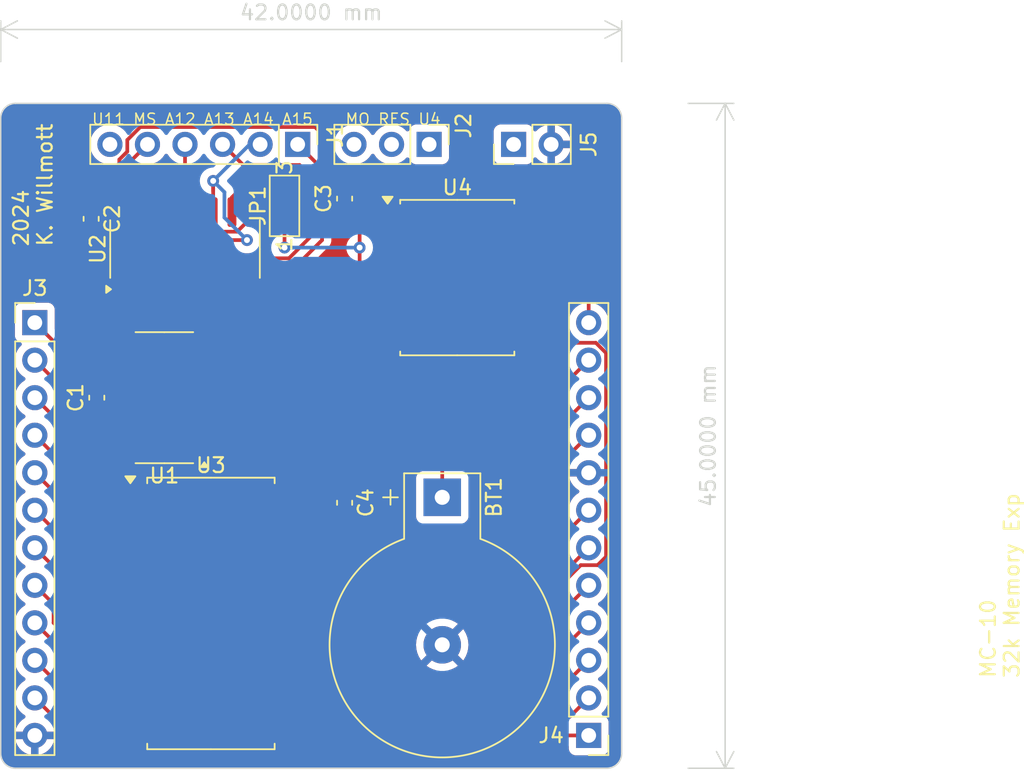
<source format=kicad_pcb>
(kicad_pcb (version 20240108) (generator "pcbnew") (generator_version "8.0")
  (layers (0 "F.Cu" signal) (31 "B.Cu" signal) (34 "B.Paste" user) (35 "F.Paste" user) (36 "B.SilkS" user "B.Silkscreen") (37 "F.SilkS" user "F.Silkscreen") (38 "B.Mask" user) (39 "F.Mask" user) (44 "Edge.Cuts" user))
  (net 0 "")
  (net 1 "/D4")
  (net 2 "/D3")
  (net 3 "GND")
  (net 4 "/D6")
  (net 5 "/A11")
  (net 6 "/D7")
  (net 7 "/A10")
  (net 8 "/D5")
  (net 9 "/A9")
  (net 10 "/D0")
  (net 11 "/A6")
  (net 12 "/A0")
  (net 13 "/D1")
  (net 14 "/A5")
  (net 15 "/A7")
  (net 16 "/A3")
  (net 17 "/A1")
  (net 18 "/A4")
  (net 19 "/A2")
  (net 20 "VCC")
  (net 21 "/NVCC")
  (net 22 "/A8")
  (net 23 "/MA14")
  (net 24 "/D2")
  (net 25 "/MA12")
  (net 26 "/MA13")
  (net 27 "/PA14MOD")
  (net 28 "/PA15")
  (net 29 "/PA14")
  (net 30 "/PA13")
  (net 31 "/~{MS}")
  (net 32 "/U11-DA12")
  (net 33 "Net-(U1-Pad3)")
  (net 34 "/PA12")
  (net 35 "Net-(BT1-+)")
  (net 36 "/MODE")
  (net 37 "/RES")
  (net 38 "/~{WE}")
  (net 40 "Net-(U3-~{CS})")
  (net 55 "Net-(JP1-C)")
  (footprint "Package_SO:SOP-16_3.9x9.9mm_P1.27mm" (layer "F.Cu") (at 137.465 84.858 90)
    (property "Reference" "U2" (at 0 -5.9 90) (layer "F.SilkS"))
    (property "Value" "74HCT157")
    (fp_line (start 0 -5.06) (end 1.95 -5.06) (stroke (width 0.12)) (layer "F.SilkS"))
    (fp_line (start 0 -5.06) (end -1.95 -5.06) (stroke (width 0.12)) (layer "F.SilkS"))
    (fp_line (start 0 5.06) (end 1.95 5.06) (stroke (width 0.12)) (layer "F.SilkS"))
    (fp_line (start 0 5.06) (end -1.95 5.06) (stroke (width 0.12)) (layer "F.SilkS"))
    (fp_poly (pts (xy -2.725 -5.005) (xy -2.965 -5.335) (xy -2.485 -5.335) (xy -2.725 -5.005)) (stroke (width 0.12)) (fill solid) (layer "F.SilkS"))
    (pad "1" smd roundrect (at -2.5 -4.445 90) (size 2 0.6) (layers "F.Cu" "F.Paste" "F.Mask") (net 31 "/~{MS}"))
    (pad "2" smd roundrect (at -2.5 -3.175 90) (size 2 0.6) (layers "F.Cu" "F.Paste" "F.Mask") (net 34 "/PA12"))
    (pad "3" smd roundrect (at -2.5 -1.905 90) (size 2 0.6) (layers "F.Cu" "F.Paste" "F.Mask") (net 32 "/U11-DA12"))
    (pad "4" smd roundrect (at -2.5 -0.635 90) (size 2 0.6) (layers "F.Cu" "F.Paste" "F.Mask") (net 25 "/MA12"))
    (pad "5" smd roundrect (at -2.5 0.635 90) (size 2 0.6) (layers "F.Cu" "F.Paste" "F.Mask") (net 30 "/PA13"))
    (pad "6" smd roundrect (at -2.5 1.905 90) (size 2 0.6) (layers "F.Cu" "F.Paste" "F.Mask") (net 3 "GND"))
    (pad "7" smd roundrect (at -2.5 3.175 90) (size 2 0.6) (layers "F.Cu" "F.Paste" "F.Mask") (net 26 "/MA13"))
    (pad "8" smd roundrect (at -2.5 4.445 90) (size 2 0.6) (layers "F.Cu" "F.Paste" "F.Mask") (net 3 "GND"))
    (pad "9" smd roundrect (at 2.5 4.445 90) (size 2 0.6) (layers "F.Cu" "F.Paste" "F.Mask") (net 23 "/MA14"))
    (pad "10" smd roundrect (at 2.5 3.175 90) (size 2 0.6) (layers "F.Cu" "F.Paste" "F.Mask") (net 55 "Net-(JP1-C)"))
    (pad "11" smd roundrect (at 2.5 1.905 90) (size 2 0.6) (layers "F.Cu" "F.Paste" "F.Mask") (net 29 "/PA14"))
    (pad "12" smd roundrect (at 2.5 0.635 90) (size 2 0.6) (layers "F.Cu" "F.Paste" "F.Mask"))
    (pad "13" smd roundrect (at 2.5 -0.635 90) (size 2 0.6) (layers "F.Cu" "F.Paste" "F.Mask") (net 3 "GND"))
    (pad "14" smd roundrect (at 2.5 -1.905 90) (size 2 0.6) (layers "F.Cu" "F.Paste" "F.Mask") (net 3 "GND"))
    (pad "15" smd roundrect (at 2.5 -3.175 90) (size 2 0.6) (layers "F.Cu" "F.Paste" "F.Mask") (net 3 "GND"))
    (pad "16" smd roundrect (at 2.5 -4.445 90) (size 2 0.6) (layers "F.Cu" "F.Paste" "F.Mask") (net 20 "VCC"))
  )
  (footprint "Connector_PinHeader_2.54mm:PinHeader_1x12_P2.54mm_Vertical" (layer "F.Cu") (at 164.77 117.78 180)
    (property "Reference" "J4" (at 2.54 0 180) (layer "F.SilkS"))
    (property "Value" "Conn_01x12" (hide yes))
    (fp_line (start 1.33 1.27) (end 1.33 29.27) (stroke (width 0.12)) (layer "F.SilkS"))
    (fp_line (start -1.33 29.27) (end 1.33 29.27) (stroke (width 0.12)) (layer "F.SilkS"))
    (fp_line (start -1.33 1.27) (end 1.33 1.27) (stroke (width 0.12)) (layer "F.SilkS"))
    (fp_line (start -1.33 1.27) (end -1.33 29.27) (stroke (width 0.12)) (layer "F.SilkS"))
    (fp_line (start -1.33 0) (end -1.33 -1.33) (stroke (width 0.12)) (layer "F.SilkS"))
    (fp_line (start -1.33 -1.33) (end 0 -1.33) (stroke (width 0.12)) (layer "F.SilkS"))
    (pad "1" thru_hole rect (at 0 0 180) (size 1.7 1.7) (drill 1) (layers "*.Cu" "*.Mask") (net 2 "/D3"))
    (pad "2" thru_hole oval (at 0 2.54 180) (size 1.7 1.7) (drill 1) (layers "*.Cu" "*.Mask") (net 1 "/D4"))
    (pad "3" thru_hole oval (at 0 5.08 180) (size 1.7 1.7) (drill 1) (layers "*.Cu" "*.Mask") (net 8 "/D5"))
    (pad "4" thru_hole oval (at 0 7.62 180) (size 1.7 1.7) (drill 1) (layers "*.Cu" "*.Mask") (net 4 "/D6"))
    (pad "5" thru_hole oval (at 0 10.16 180) (size 1.7 1.7) (drill 1) (layers "*.Cu" "*.Mask") (net 6 "/D7"))
    (pad "6" thru_hole oval (at 0 12.7 180) (size 1.7 1.7) (drill 1) (layers "*.Cu" "*.Mask") (net 5 "/A11"))
    (pad "7" thru_hole oval (at 0 15.24 180) (size 1.7 1.7) (drill 1) (layers "*.Cu" "*.Mask") (net 7 "/A10"))
    (pad "8" thru_hole oval (at 0 17.78 180) (size 1.7 1.7) (drill 1) (layers "*.Cu" "*.Mask") (net 3 "GND"))
    (pad "9" thru_hole oval (at 0 20.32 180) (size 1.7 1.7) (drill 1) (layers "*.Cu" "*.Mask") (net 38 "/~{WE}"))
    (pad "10" thru_hole oval (at 0 22.86 180) (size 1.7 1.7) (drill 1) (layers "*.Cu" "*.Mask") (net 9 "/A9"))
    (pad "11" thru_hole oval (at 0 25.4 180) (size 1.7 1.7) (drill 1) (layers "*.Cu" "*.Mask") (net 22 "/A8"))
    (pad "12" thru_hole oval (at 0 27.94 180) (size 1.7 1.7) (drill 1) (layers "*.Cu" "*.Mask") (net 20 "VCC"))
  )
  (footprint "Package_SO:SOP-28_8.4x18.16mm_P1.27mm" (layer "F.Cu") (at 139.2175 109.525)
    (property "Reference" "U3" (at 0 -10.03 0) (layer "F.SilkS"))
    (property "Value" "KM62256CLP")
    (fp_line (start -4.31 -9.19) (end -4.31 -8.815) (stroke (width 0.12)) (layer "F.SilkS"))
    (fp_line (start -4.31 9.19) (end -4.31 8.815) (stroke (width 0.12)) (layer "F.SilkS"))
    (fp_line (start 0 -9.19) (end -4.31 -9.19) (stroke (width 0.12)) (layer "F.SilkS"))
    (fp_line (start 0 -9.19) (end 4.31 -9.19) (stroke (width 0.12)) (layer "F.SilkS"))
    (fp_line (start 0 9.19) (end -4.31 9.19) (stroke (width 0.12)) (layer "F.SilkS"))
    (fp_line (start 0 9.19) (end 4.31 9.19) (stroke (width 0.12)) (layer "F.SilkS"))
    (fp_line (start 4.31 -9.19) (end 4.31 -8.815) (stroke (width 0.12)) (layer "F.SilkS"))
    (fp_line (start 4.31 9.19) (end 4.31 8.815) (stroke (width 0.12)) (layer "F.SilkS"))
    (fp_poly (pts (xy -5.45 -8.815) (xy -5.79 -9.285) (xy -5.11 -9.285) (xy -5.45 -8.815)) (stroke (width 0.12)) (fill solid) (layer "F.SilkS"))
    (pad "1" smd roundrect (at -5.5625 -8.255) (size 2.275 0.6) (layers "F.Cu" "F.Paste" "F.Mask") (net 23 "/MA14"))
    (pad "2" smd roundrect (at -5.5625 -6.985) (size 2.275 0.6) (layers "F.Cu" "F.Paste" "F.Mask") (net 25 "/MA12"))
    (pad "3" smd roundrect (at -5.5625 -5.715) (size 2.275 0.6) (layers "F.Cu" "F.Paste" "F.Mask") (net 15 "/A7"))
    (pad "4" smd roundrect (at -5.5625 -4.445) (size 2.275 0.6) (layers "F.Cu" "F.Paste" "F.Mask") (net 11 "/A6"))
    (pad "5" smd roundrect (at -5.5625 -3.175) (size 2.275 0.6) (layers "F.Cu" "F.Paste" "F.Mask") (net 14 "/A5"))
    (pad "6" smd roundrect (at -5.5625 -1.905) (size 2.275 0.6) (layers "F.Cu" "F.Paste" "F.Mask") (net 18 "/A4"))
    (pad "7" smd roundrect (at -5.5625 -0.635) (size 2.275 0.6) (layers "F.Cu" "F.Paste" "F.Mask") (net 16 "/A3"))
    (pad "8" smd roundrect (at -5.5625 0.635) (size 2.275 0.6) (layers "F.Cu" "F.Paste" "F.Mask") (net 19 "/A2"))
    (pad "9" smd roundrect (at -5.5625 1.905) (size 2.275 0.6) (layers "F.Cu" "F.Paste" "F.Mask") (net 17 "/A1"))
    (pad "10" smd roundrect (at -5.5625 3.175) (size 2.275 0.6) (layers "F.Cu" "F.Paste" "F.Mask") (net 12 "/A0"))
    (pad "11" smd roundrect (at -5.5625 4.445) (size 2.275 0.6) (layers "F.Cu" "F.Paste" "F.Mask") (net 10 "/D0"))
    (pad "12" smd roundrect (at -5.5625 5.715) (size 2.275 0.6) (layers "F.Cu" "F.Paste" "F.Mask") (net 13 "/D1"))
    (pad "13" smd roundrect (at -5.5625 6.985) (size 2.275 0.6) (layers "F.Cu" "F.Paste" "F.Mask") (net 24 "/D2"))
    (pad "14" smd roundrect (at -5.5625 8.255) (size 2.275 0.6) (layers "F.Cu" "F.Paste" "F.Mask") (net 3 "GND"))
    (pad "15" smd roundrect (at 5.5625 8.255) (size 2.275 0.6) (layers "F.Cu" "F.Paste" "F.Mask") (net 2 "/D3"))
    (pad "16" smd roundrect (at 5.5625 6.985) (size 2.275 0.6) (layers "F.Cu" "F.Paste" "F.Mask") (net 1 "/D4"))
    (pad "17" smd roundrect (at 5.5625 5.715) (size 2.275 0.6) (layers "F.Cu" "F.Paste" "F.Mask") (net 8 "/D5"))
    (pad "18" smd roundrect (at 5.5625 4.445) (size 2.275 0.6) (layers "F.Cu" "F.Paste" "F.Mask") (net 4 "/D6"))
    (pad "19" smd roundrect (at 5.5625 3.175) (size 2.275 0.6) (layers "F.Cu" "F.Paste" "F.Mask") (net 6 "/D7"))
    (pad "20" smd roundrect (at 5.5625 1.905) (size 2.275 0.6) (layers "F.Cu" "F.Paste" "F.Mask") (net 40 "Net-(U3-~{CS})"))
    (pad "21" smd roundrect (at 5.5625 0.635) (size 2.275 0.6) (layers "F.Cu" "F.Paste" "F.Mask") (net 7 "/A10"))
    (pad "22" smd roundrect (at 5.5625 -0.635) (size 2.275 0.6) (layers "F.Cu" "F.Paste" "F.Mask") (net 3 "GND"))
    (pad "23" smd roundrect (at 5.5625 -1.905) (size 2.275 0.6) (layers "F.Cu" "F.Paste" "F.Mask") (net 5 "/A11"))
    (pad "24" smd roundrect (at 5.5625 -3.175) (size 2.275 0.6) (layers "F.Cu" "F.Paste" "F.Mask") (net 9 "/A9"))
    (pad "25" smd roundrect (at 5.5625 -4.445) (size 2.275 0.6) (layers "F.Cu" "F.Paste" "F.Mask") (net 22 "/A8"))
    (pad "26" smd roundrect (at 5.5625 -5.715) (size 2.275 0.6) (layers "F.Cu" "F.Paste" "F.Mask") (net 26 "/MA13"))
    (pad "27" smd roundrect (at 5.5625 -6.985) (size 2.275 0.6) (layers "F.Cu" "F.Paste" "F.Mask") (net 38 "/~{WE}"))
    (pad "28" smd roundrect (at 5.5625 -8.255) (size 2.275 0.6) (layers "F.Cu" "F.Paste" "F.Mask") (net 21 "/NVCC"))
  )
  (footprint "Capacitor_SMD:C_0603_1608Metric" (layer "F.Cu") (at 148.26 102.032 -90)
    (property "Reference" "C4" (at 0 -1.43 90) (layer "F.SilkS"))
    (property "Value" "100n")
    (fp_line (start -0.14058 0.51) (end 0.14058 0.51) (stroke (width 0.12)) (layer "F.SilkS"))
    (fp_line (start -0.14058 -0.51) (end 0.14058 -0.51) (stroke (width 0.12)) (layer "F.SilkS"))
    (pad "1" smd roundrect (at -0.775 0 270) (size 0.9 0.95) (layers "F.Cu" "F.Paste" "F.Mask") (net 21 "/NVCC"))
    (pad "2" smd roundrect (at 0.775 0 270) (size 0.9 0.95) (layers "F.Cu" "F.Paste" "F.Mask") (net 3 "GND"))
  )
  (footprint "Package_SO:SOIC-16W_7.5x10.3mm_P1.27mm" (layer "F.Cu") (at 155.88 86.792)
    (property "Reference" "U4" (at 0 -6.1 0) (layer "F.SilkS"))
    (property "Value" "DS1210S")
    (fp_line (start -3.86 -5.26) (end -3.86 -5.005) (stroke (width 0.12)) (layer "F.SilkS"))
    (fp_line (start -3.86 5.26) (end -3.86 5.005) (stroke (width 0.12)) (layer "F.SilkS"))
    (fp_line (start 0 -5.26) (end -3.86 -5.26) (stroke (width 0.12)) (layer "F.SilkS"))
    (fp_line (start 0 -5.26) (end 3.86 -5.26) (stroke (width 0.12)) (layer "F.SilkS"))
    (fp_line (start 0 5.26) (end -3.86 5.26) (stroke (width 0.12)) (layer "F.SilkS"))
    (fp_line (start 0 5.26) (end 3.86 5.26) (stroke (width 0.12)) (layer "F.SilkS"))
    (fp_line (start 3.86 -5.26) (end 3.86 -5.005) (stroke (width 0.12)) (layer "F.SilkS"))
    (fp_line (start 3.86 5.26) (end 3.86 5.005) (stroke (width 0.12)) (layer "F.SilkS"))
    (fp_poly (pts (xy -4.7125 -5.005) (xy -5.0525 -5.475) (xy -4.3725 -5.475) (xy -4.7125 -5.005)) (stroke (width 0.12)) (fill solid) (layer "F.SilkS"))
    (pad "1" smd roundrect (at -4.65 -4.445) (size 2.05 0.6) (layers "F.Cu" "F.Paste" "F.Mask"))
    (pad "2" smd roundrect (at -4.65 -3.175) (size 2.05 0.6) (layers "F.Cu" "F.Paste" "F.Mask") (net 21 "/NVCC"))
    (pad "3" smd roundrect (at -4.65 -1.905) (size 2.05 0.6) (layers "F.Cu" "F.Paste" "F.Mask"))
    (pad "4" smd roundrect (at -4.65 -0.635) (size 2.05 0.6) (layers "F.Cu" "F.Paste" "F.Mask") (net 35 "Net-(BT1-+)"))
    (pad "5" smd roundrect (at -4.65 0.635) (size 2.05 0.6) (layers "F.Cu" "F.Paste" "F.Mask"))
    (pad "6" smd roundrect (at -4.65 1.905) (size 2.05 0.6) (layers "F.Cu" "F.Paste" "F.Mask") (net 20 "VCC"))
    (pad "7" smd roundrect (at -4.65 3.175) (size 2.05 0.6) (layers "F.Cu" "F.Paste" "F.Mask"))
    (pad "8" smd roundrect (at -4.65 4.445) (size 2.05 0.6) (layers "F.Cu" "F.Paste" "F.Mask") (net 3 "GND"))
    (pad "9" smd roundrect (at 4.65 4.445) (size 2.05 0.6) (layers "F.Cu" "F.Paste" "F.Mask") (net 3 "GND"))
    (pad "10" smd roundrect (at 4.65 3.175) (size 2.05 0.6) (layers "F.Cu" "F.Paste" "F.Mask"))
    (pad "11" smd roundrect (at 4.65 1.905) (size 2.05 0.6) (layers "F.Cu" "F.Paste" "F.Mask") (net 40 "Net-(U3-~{CS})"))
    (pad "12" smd roundrect (at 4.65 0.635) (size 2.05 0.6) (layers "F.Cu" "F.Paste" "F.Mask"))
    (pad "13" smd roundrect (at 4.65 -0.635) (size 2.05 0.6) (layers "F.Cu" "F.Paste" "F.Mask") (net 3 "GND"))
    (pad "14" smd roundrect (at 4.65 -1.905) (size 2.05 0.6) (layers "F.Cu" "F.Paste" "F.Mask"))
    (pad "15" smd roundrect (at 4.65 -3.175) (size 2.05 0.6) (layers "F.Cu" "F.Paste" "F.Mask") (net 20 "VCC"))
    (pad "16" smd roundrect (at 4.65 -4.445) (size 2.05 0.6) (layers "F.Cu" "F.Paste" "F.Mask"))
  )
  (footprint "Connector_PinHeader_2.54mm:PinHeader_1x12_P2.54mm_Vertical" (layer "F.Cu") (at 127.305 89.84)
    (property "Reference" "J3" (at 0 -2.33 0) (layer "F.SilkS"))
    (property "Value" "Conn_01x12" (hide yes))
    (fp_line (start -1.33 -1.33) (end 0 -1.33) (stroke (width 0.12)) (layer "F.SilkS"))
    (fp_line (start -1.33 0) (end -1.33 -1.33) (stroke (width 0.12)) (layer "F.SilkS"))
    (fp_line (start -1.33 1.27) (end -1.33 29.27) (stroke (width 0.12)) (layer "F.SilkS"))
    (fp_line (start -1.33 1.27) (end 1.33 1.27) (stroke (width 0.12)) (layer "F.SilkS"))
    (fp_line (start -1.33 29.27) (end 1.33 29.27) (stroke (width 0.12)) (layer "F.SilkS"))
    (fp_line (start 1.33 1.27) (end 1.33 29.27) (stroke (width 0.12)) (layer "F.SilkS"))
    (pad "1" thru_hole rect (at 0 0) (size 1.7 1.7) (drill 1) (layers "*.Cu" "*.Mask") (net 15 "/A7"))
    (pad "2" thru_hole oval (at 0 2.54) (size 1.7 1.7) (drill 1) (layers "*.Cu" "*.Mask") (net 11 "/A6"))
    (pad "3" thru_hole oval (at 0 5.08) (size 1.7 1.7) (drill 1) (layers "*.Cu" "*.Mask") (net 14 "/A5"))
    (pad "4" thru_hole oval (at 0 7.62) (size 1.7 1.7) (drill 1) (layers "*.Cu" "*.Mask") (net 18 "/A4"))
    (pad "5" thru_hole oval (at 0 10.16) (size 1.7 1.7) (drill 1) (layers "*.Cu" "*.Mask") (net 16 "/A3"))
    (pad "6" thru_hole oval (at 0 12.7) (size 1.7 1.7) (drill 1) (layers "*.Cu" "*.Mask") (net 19 "/A2"))
    (pad "7" thru_hole oval (at 0 15.24) (size 1.7 1.7) (drill 1) (layers "*.Cu" "*.Mask") (net 17 "/A1"))
    (pad "8" thru_hole oval (at 0 17.78) (size 1.7 1.7) (drill 1) (layers "*.Cu" "*.Mask") (net 12 "/A0"))
    (pad "9" thru_hole oval (at 0 20.32) (size 1.7 1.7) (drill 1) (layers "*.Cu" "*.Mask") (net 10 "/D0"))
    (pad "10" thru_hole oval (at 0 22.86) (size 1.7 1.7) (drill 1) (layers "*.Cu" "*.Mask") (net 13 "/D1"))
    (pad "11" thru_hole oval (at 0 25.4) (size 1.7 1.7) (drill 1) (layers "*.Cu" "*.Mask") (net 24 "/D2"))
    (pad "12" thru_hole oval (at 0 27.94) (size 1.7 1.7) (drill 1) (layers "*.Cu" "*.Mask") (net 3 "GND"))
  )
  (footprint "Connector_PinHeader_2.54mm:PinHeader_1x02_P2.54mm_Vertical" (layer "F.Cu") (at 159.69 77.775 90)
    (property "Reference" "J5" (at 0 5.085 90) (layer "F.SilkS"))
    (property "Value" "Conn_01x02_Pin" (hide yes))
    (fp_line (start -1.33 -1.33) (end 0 -1.33) (stroke (width 0.12)) (layer "F.SilkS"))
    (fp_line (start -1.33 0) (end -1.33 -1.33) (stroke (width 0.12)) (layer "F.SilkS"))
    (fp_line (start 1.33 1.27) (end 1.33 3.87) (stroke (width 0.12)) (layer "F.SilkS"))
    (fp_line (start -1.33 1.27) (end 1.33 1.27) (stroke (width 0.12)) (layer "F.SilkS"))
    (fp_line (start -1.33 1.27) (end -1.33 3.87) (stroke (width 0.12)) (layer "F.SilkS"))
    (fp_line (start -1.33 3.87) (end 1.33 3.87) (stroke (width 0.12)) (layer "F.SilkS"))
    (pad "1" thru_hole rect (at 0 0 90) (size 1.7 1.7) (drill 1) (layers "*.Cu" "*.Mask") (net 35 "Net-(BT1-+)"))
    (pad "2" thru_hole oval (at 0 2.54 90) (size 1.7 1.7) (drill 1) (layers "*.Cu" "*.Mask") (net 3 "GND"))
  )
  (footprint "Battery:BatteryHolder_Keystone_500" (layer "F.Cu") (at 154.864 101.664182 -90)
    (property "Reference" "BT1" (at 0 -3.5 90) (layer "F.SilkS"))
    (property "Value" "3.0V")
    (fp_line (start 0.5 3.5) (end -0.5 3.5) (stroke (width 0.12)) (layer "F.SilkS"))
    (fp_line (start 0 3) (end 0 4) (stroke (width 0.12)) (layer "F.SilkS"))
    (fp_line (start -1.6256 2.5781) (end 2.81 2.5781) (stroke (width 0.12)) (layer "F.SilkS"))
    (fp_line (start -1.6256 -2.5781) (end -1.6256 2.5781) (stroke (width 0.12)) (layer "F.SilkS"))
    (fp_line (start -1.6256 -2.5781) (end 2.81 -2.5781) (stroke (width 0.12)) (layer "F.SilkS"))
    (fp_arc (start 2.81 -2.5781) (mid 17.603686 0) (end 2.81 2.5781) (stroke (width 0.12)) (layer "F.SilkS"))
    (pad "1" thru_hole rect (at 0 0 270) (size 2.54 2.54) (drill 1.016) (layers "*.Cu" "*.Mask") (net 35 "Net-(BT1-+)"))
    (pad "2" thru_hole circle (at 9.9822 0 270) (size 2.54 2.54) (drill 1.016) (layers "*.Cu" "*.Mask") (net 3 "GND"))
  )
  (footprint "Package_SO:SO-14_3.9x8.65mm_P1.27mm" (layer "F.Cu") (at 136.068 94.92 180)
    (property "Reference" "U1" (at 0 -5.28 0) (layer "F.SilkS"))
    (property "Value" "74HCT00")
    (fp_line (start 0 4.435) (end 1.95 4.435) (stroke (width 0.12)) (layer "F.SilkS"))
    (fp_line (start 0 4.435) (end -1.95 4.435) (stroke (width 0.12)) (layer "F.SilkS"))
    (fp_line (start 0 -4.435) (end 1.95 -4.435) (stroke (width 0.12)) (layer "F.SilkS"))
    (fp_line (start 0 -4.435) (end -1.95 -4.435) (stroke (width 0.12)) (layer "F.SilkS"))
    (fp_poly (pts (xy -2.7 -4.37) (xy -2.94 -4.7) (xy -2.46 -4.7) (xy -2.7 -4.37)) (stroke (width 0.12)) (fill solid) (layer "F.SilkS"))
    (pad "1" smd roundrect (at -2.475 -3.81 180) (size 1.95 0.6) (layers "F.Cu" "F.Paste" "F.Mask") (net 29 "/PA14"))
    (pad "2" smd roundrect (at -2.475 -2.54 180) (size 1.95 0.6) (layers "F.Cu" "F.Paste" "F.Mask") (net 29 "/PA14"))
    (pad "3" smd roundrect (at -2.475 -1.27 180) (size 1.95 0.6) (layers "F.Cu" "F.Paste" "F.Mask") (net 33 "Net-(U1-Pad3)"))
    (pad "4" smd roundrect (at -2.475 0 180) (size 1.95 0.6) (layers "F.Cu" "F.Paste" "F.Mask") (net 33 "Net-(U1-Pad3)"))
    (pad "5" smd roundrect (at -2.475 1.27 180) (size 1.95 0.6) (layers "F.Cu" "F.Paste" "F.Mask") (net 28 "/PA15"))
    (pad "6" smd roundrect (at -2.475 2.54 180) (size 1.95 0.6) (layers "F.Cu" "F.Paste" "F.Mask") (net 27 "/PA14MOD"))
    (pad "7" smd roundrect (at -2.475 3.81 180) (size 1.95 0.6) (layers "F.Cu" "F.Paste" "F.Mask") (net 3 "GND"))
    (pad "8" smd roundrect (at 2.475 3.81 180) (size 1.95 0.6) (layers "F.Cu" "F.Paste" "F.Mask"))
    (pad "9" smd roundrect (at 2.475 2.54 180) (size 1.95 0.6) (layers "F.Cu" "F.Paste" "F.Mask"))
    (pad "10" smd roundrect (at 2.475 1.27 180) (size 1.95 0.6) (layers "F.Cu" "F.Paste" "F.Mask"))
    (pad "11" smd roundrect (at 2.475 0 180) (size 1.95 0.6) (layers "F.Cu" "F.Paste" "F.Mask"))
    (pad "12" smd roundrect (at 2.475 -1.27 180) (size 1.95 0.6) (layers "F.Cu" "F.Paste" "F.Mask"))
    (pad "13" smd roundrect (at 2.475 -2.54 180) (size 1.95 0.6) (layers "F.Cu" "F.Paste" "F.Mask"))
    (pad "14" smd roundrect (at 2.475 -3.81 180) (size 1.95 0.6) (layers "F.Cu" "F.Paste" "F.Mask") (net 20 "VCC"))
  )
  (footprint "Jumper:SolderJumper-3_P1.3mm_Bridged12_Pad1.0x1.5mm_NumberLabels" (layer "F.Cu") (at 144.196 81.936 90)
    (property "Reference" "JP1" (at 0 -1.8 90) (layer "F.SilkS"))
    (property "Value" "Jumper_3_Bridged12" (hide yes))
    (fp_poly (pts (xy -0.9 -0.3) (xy -0.4 -0.3) (xy -0.4 0.3) (xy -0.9 0.3)) (fill solid) (layer "F.Cu"))
    (fp_line (start 2.05 -1) (end 2.05 1) (stroke (width 0.12)) (layer "F.SilkS"))
    (fp_line (start -2.05 -1) (end 2.05 -1) (stroke (width 0.12)) (layer "F.SilkS"))
    (fp_line (start 2.05 1) (end -2.05 1) (stroke (width 0.12)) (layer "F.SilkS"))
    (fp_line (start -2.05 1) (end -2.05 -1) (stroke (width 0.12)) (layer "F.SilkS"))
    (fp_text user "1" (at -2.6 0 90) (layer "F.SilkS"))
    (fp_text user "3" (at 2.6 0 90) (layer "F.SilkS"))
    (pad "1" smd rect (at -1.3 0 90) (size 1 1.5) (layers "F.Cu" "F.Mask") (net 20 "VCC"))
    (pad "2" smd rect (at 0 0 90) (size 1 1.5) (layers "F.Cu" "F.Mask") (net 55 "Net-(JP1-C)"))
    (pad "3" smd rect (at 1.3 0 90) (size 1 1.5) (layers "F.Cu" "F.Mask") (net 3 "GND"))
  )
  (footprint "Capacitor_SMD:C_0603_1608Metric" (layer "F.Cu") (at 148.26 81.445 90)
    (property "Reference" "C3" (at 0 -1.43 90) (layer "F.SilkS"))
    (property "Value" "100n")
    (fp_line (start -0.14058 -0.51) (end 0.14058 -0.51) (stroke (width 0.12)) (layer "F.SilkS"))
    (fp_line (start -0.14058 0.51) (end 0.14058 0.51) (stroke (width 0.12)) (layer "F.SilkS"))
    (pad "1" smd roundrect (at -0.775 0 90) (size 0.9 0.95) (layers "F.Cu" "F.Paste" "F.Mask") (net 20 "VCC"))
    (pad "2" smd roundrect (at 0.775 0 90) (size 0.9 0.95) (layers "F.Cu" "F.Paste" "F.Mask") (net 3 "GND"))
  )
  (footprint "Capacitor_SMD:C_0603_1608Metric" (layer "F.Cu") (at 131.496 94.92 90)
    (property "Reference" "C1" (at 0 -1.43 90) (layer "F.SilkS"))
    (property "Value" "100n")
    (fp_line (start -0.14058 -0.51) (end 0.14058 -0.51) (stroke (width 0.12)) (layer "F.SilkS"))
    (fp_line (start -0.14058 0.51) (end 0.14058 0.51) (stroke (width 0.12)) (layer "F.SilkS"))
    (pad "1" smd roundrect (at -0.775 0 90) (size 0.9 0.95) (layers "F.Cu" "F.Paste" "F.Mask") (net 20 "VCC"))
    (pad "2" smd roundrect (at 0.775 0 90) (size 0.9 0.95) (layers "F.Cu" "F.Paste" "F.Mask") (net 3 "GND"))
  )
  (footprint "Connector_PinHeader_2.54mm:PinHeader_1x06_P2.54mm_Vertical" (layer "F.Cu") (at 145.085 77.775 -90)
    (property "Reference" "J1" (at -0.635 -2.54 90) (layer "F.SilkS"))
    (property "Value" "Conn_01x06_Pin" (hide yes))
    (fp_line (start -1.33 14.03) (end 1.33 14.03) (stroke (width 0.12)) (layer "F.SilkS"))
    (fp_line (start -1.33 1.27) (end -1.33 14.03) (stroke (width 0.12)) (layer "F.SilkS"))
    (fp_line (start -1.33 1.27) (end 1.33 1.27) (stroke (width 0.12)) (layer "F.SilkS"))
    (fp_line (start 1.33 1.27) (end 1.33 14.03) (stroke (width 0.12)) (layer "F.SilkS"))
    (fp_line (start -1.33 0) (end -1.33 -1.33) (stroke (width 0.12)) (layer "F.SilkS"))
    (fp_line (start -1.33 -1.33) (end 0 -1.33) (stroke (width 0.12)) (layer "F.SilkS"))
    (pad "1" thru_hole rect (at 0 0 270) (size 1.7 1.7) (drill 1) (layers "*.Cu" "*.Mask") (net 28 "/PA15"))
    (pad "2" thru_hole oval (at 0 2.54 270) (size 1.7 1.7) (drill 1) (layers "*.Cu" "*.Mask") (net 29 "/PA14"))
    (pad "3" thru_hole oval (at 0 5.08 270) (size 1.7 1.7) (drill 1) (layers "*.Cu" "*.Mask") (net 30 "/PA13"))
    (pad "4" thru_hole oval (at 0 7.62 270) (size 1.7 1.7) (drill 1) (layers "*.Cu" "*.Mask") (net 34 "/PA12"))
    (pad "5" thru_hole oval (at 0 10.16 270) (size 1.7 1.7) (drill 1) (layers "*.Cu" "*.Mask") (net 31 "/~{MS}"))
    (pad "6" thru_hole oval (at 0 12.7 270) (size 1.7 1.7) (drill 1) (layers "*.Cu" "*.Mask") (net 32 "/U11-DA12"))
  )
  (footprint "Connector_PinHeader_2.54mm:PinHeader_1x03_P2.54mm_Vertical" (layer "F.Cu") (at 153.975 77.775 -90)
    (property "Reference" "J2" (at -1.27 -2.33 90) (layer "F.SilkS"))
    (property "Value" "Conn_01x03_Pin" (hide yes))
    (fp_line (start -1.33 6.41) (end 1.33 6.41) (stroke (width 0.12)) (layer "F.SilkS"))
    (fp_line (start -1.33 1.27) (end -1.33 6.41) (stroke (width 0.12)) (layer "F.SilkS"))
    (fp_line (start -1.33 1.27) (end 1.33 1.27) (stroke (width 0.12)) (layer "F.SilkS"))
    (fp_line (start 1.33 1.27) (end 1.33 6.41) (stroke (width 0.12)) (layer "F.SilkS"))
    (fp_line (start -1.33 0) (end -1.33 -1.33) (stroke (width 0.12)) (layer "F.SilkS"))
    (fp_line (start -1.33 -1.33) (end 0 -1.33) (stroke (width 0.12)) (layer "F.SilkS"))
    (pad "1" thru_hole rect (at 0 0 270) (size 1.7 1.7) (drill 1) (layers "*.Cu" "*.Mask") (net 27 "/PA14MOD"))
    (pad "2" thru_hole oval (at 0 2.54 270) (size 1.7 1.7) (drill 1) (layers "*.Cu" "*.Mask") (net 37 "/RES"))
    (pad "3" thru_hole oval (at 0 5.08 270) (size 1.7 1.7) (drill 1) (layers "*.Cu" "*.Mask") (net 36 "/MODE"))
  )
  (footprint "Capacitor_SMD:C_0603_1608Metric" (layer "F.Cu") (at 131.115 82.813 -90)
    (property "Reference" "C2" (at 0 -1.43 90) (layer "F.SilkS"))
    (property "Value" "100n")
    (fp_line (start -0.14058 0.51) (end 0.14058 0.51) (stroke (width 0.12)) (layer "F.SilkS"))
    (fp_line (start -0.14058 -0.51) (end 0.14058 -0.51) (stroke (width 0.12)) (layer "F.SilkS"))
    (pad "1" smd roundrect (at -0.775 0 270) (size 0.9 0.95) (layers "F.Cu" "F.Paste" "F.Mask") (net 20 "VCC"))
    (pad "2" smd roundrect (at 0.775 0 270) (size 0.9 0.95) (layers "F.Cu" "F.Paste" "F.Mask") (net 3 "GND"))
  )
  (gr_arc (start 126 120) (mid 125.292893 119.707107) (end 125 119) (stroke (width 0.1)) (layer "Edge.Cuts"))
  (gr_line (start 126 75) (end 166 75) (stroke (width 0.1)) (layer "Edge.Cuts"))
  (gr_line (start 166 120) (end 126 120) (stroke (width 0.1)) (layer "Edge.Cuts"))
  (gr_arc (start 167 119) (mid 166.707107 119.707107) (end 166 120) (stroke (width 0.1)) (layer "Edge.Cuts"))
  (gr_line (start 167 76) (end 167 119) (stroke (width 0.1)) (layer "Edge.Cuts"))
  (gr_arc (start 166 75) (mid 166.707107 75.292893) (end 167 76) (stroke (width 0.1)) (layer "Edge.Cuts"))
  (gr_arc (start 125 76) (mid 125.292893 75.292893) (end 126 75) (stroke (width 0.1)) (layer "Edge.Cuts"))
  (gr_line (start 125 119) (end 125 76) (stroke (width 0.1)) (layer "Edge.Cuts"))
  (gr_text "MC-10\n32k Memory Exp" (at 193.98 113.97 90) (layer "F.SilkS") (effects (font (size 1 1)) (justify left bottom)))
  (gr_text "2024\nK. Willmott" (at 128.575 84.76 90) (layer "F.SilkS") (effects (font (size 1 1)) (justify left bottom)))
  (gr_text "U11 MS A12 A13 A14 A15" (at 131.115 76.505 0) (layer "F.SilkS") (effects (font (size 0.75 0.75) (thickness 0.1)) (justify left bottom)))
  (gr_text "MO RES U4" (at 148.26 76.505 0) (layer "F.SilkS") (effects (font (size 0.75 0.75) (thickness 0.1)) (justify left bottom)))
  (dimension (type aligned) (layer "Edge.Cuts") (pts (xy 171 75) (xy 171 120)) (height -3) (gr_text "45.0000 mm" (at 172.85 97.5 90) (layer "Edge.Cuts") (effects (font (size 1 1) (thickness 0.15)))) (format (prefix "") (suffix "") (units 3) (units_format 1) (precision 4)) (style (thickness 0.1) (arrow_length 1.27) (text_position_mode 0) (extension_height 0.58642) (extension_offset 0.5) keep_text_aligned))
  (dimension (type aligned) (layer "Edge.Cuts") (pts (xy 125 72.669422) (xy 167 72.669422)) (height -2.669422) (gr_text "42.0000 mm" (at 146 68.85 0) (layer "Edge.Cuts") (effects (font (size 1 1) (thickness 0.15)))) (format (prefix "") (suffix "") (units 3) (units_format 1) (precision 4)) (style (thickness 0.1) (arrow_length 1.27) (text_position_mode 0) (extension_height 0.58642) (extension_offset 0.5) keep_text_aligned))
  (segment (start 144.78 116.51) (end 163.5 116.51) (width 0.25) (layer "F.Cu") (net 1))
  (segment (start 163.5 116.51) (end 164.77 115.24) (width 0.25) (layer "F.Cu") (net 1))
  (segment (start 144.78 117.78) (end 164.77 117.78) (width 0.25) (layer "F.Cu") (net 2))
  (segment (start 135.56 82.358) (end 134.29 82.358) (width 0.25) (layer "F.Cu") (net 3))
  (segment (start 136.83 82.358) (end 135.56 82.358) (width 0.25) (layer "F.Cu") (net 3))
  (segment (start 133.655 117.78) (end 127.305 117.78) (width 0.25) (layer "F.Cu") (net 3))
  (segment (start 144.78 113.97) (end 150.546 113.97) (width 0.25) (layer "F.Cu") (net 4))
  (segment (start 160.198 114.732) (end 164.77 110.16) (width 0.25) (layer "F.Cu") (net 4))
  (segment (start 150.546 113.97) (end 151.308 114.732) (width 0.25) (layer "F.Cu") (net 4))
  (segment (start 151.308 114.732) (end 160.198 114.732) (width 0.25) (layer "F.Cu") (net 4))
  (segment (start 161.214 108.636) (end 164.77 105.08) (width 0.25) (layer "F.Cu") (net 5))
  (segment (start 142.672 109.865408) (end 143.591592 110.785) (width 0.25) (layer "F.Cu") (net 5))
  (segment (start 143.15725 107.62) (end 142.672 108.10525) (width 0.25) (layer "F.Cu") (net 5))
  (segment (start 142.672 108.10525) (end 142.672 109.865408) (width 0.25) (layer "F.Cu") (net 5))
  (segment (start 151.191 110.785) (end 153.34 108.636) (width 0.25) (layer "F.Cu") (net 5))
  (segment (start 144.78 107.62) (end 143.15725 107.62) (width 0.25) (layer "F.Cu") (net 5))
  (segment (start 153.34 108.636) (end 161.214 108.636) (width 0.25) (layer "F.Cu") (net 5))
  (segment (start 143.591592 110.785) (end 151.191 110.785) (width 0.25) (layer "F.Cu") (net 5))
  (segment (start 158.166 114.224) (end 164.77 107.62) (width 0.25) (layer "F.Cu") (net 6))
  (segment (start 151.816 114.224) (end 158.166 114.224) (width 0.25) (layer "F.Cu") (net 6))
  (segment (start 150.292 112.7) (end 151.816 114.224) (width 0.25) (layer "F.Cu") (net 6))
  (segment (start 144.78 112.7) (end 150.292 112.7) (width 0.25) (layer "F.Cu") (net 6))
  (segment (start 144.78 110.16) (end 150.8 110.16) (width 0.25) (layer "F.Cu") (net 7))
  (segment (start 159.182 108.128) (end 164.77 102.54) (width 0.25) (layer "F.Cu") (net 7))
  (segment (start 152.832 108.128) (end 159.182 108.128) (width 0.25) (layer "F.Cu") (net 7))
  (segment (start 150.8 110.16) (end 152.832 108.128) (width 0.25) (layer "F.Cu") (net 7))
  (segment (start 162.23 115.24) (end 164.77 112.7) (width 0.25) (layer "F.Cu") (net 8))
  (segment (start 144.78 115.24) (end 162.23 115.24) (width 0.25) (layer "F.Cu") (net 8))
  (segment (start 161.468 101.524) (end 161.468 98.222) (width 0.25) (layer "F.Cu") (net 9))
  (segment (start 156.642 106.35) (end 161.468 101.524) (width 0.25) (layer "F.Cu") (net 9))
  (segment (start 161.468 98.222) (end 164.77 94.92) (width 0.25) (layer "F.Cu") (net 9))
  (segment (start 144.78 106.35) (end 156.642 106.35) (width 0.25) (layer "F.Cu") (net 9))
  (segment (start 131.115 113.97) (end 127.305 110.16) (width 0.25) (layer "F.Cu") (net 10))
  (segment (start 133.655 113.97) (end 131.115 113.97) (width 0.25) (layer "F.Cu") (net 10))
  (segment (start 132.004 105.08) (end 131.496 104.572) (width 0.25) (layer "F.Cu") (net 11))
  (segment (start 131.496 99.492) (end 129.464 97.46) (width 0.25) (layer "F.Cu") (net 11))
  (segment (start 129.464 94.539) (end 127.305 92.38) (width 0.25) (layer "F.Cu") (net 11))
  (segment (start 129.464 97.46) (end 129.464 94.539) (width 0.25) (layer "F.Cu") (net 11))
  (segment (start 131.496 104.572) (end 131.496 99.492) (width 0.25) (layer "F.Cu") (net 11))
  (segment (start 133.655 105.08) (end 132.004 105.08) (width 0.25) (layer "F.Cu") (net 11))
  (segment (start 133.655 112.7) (end 131.115 112.7) (width 0.25) (layer "F.Cu") (net 12))
  (segment (start 128.575 110.16) (end 128.575 108.89) (width 0.25) (layer "F.Cu") (net 12))
  (segment (start 128.575 108.89) (end 127.305 107.62) (width 0.25) (layer "F.Cu") (net 12))
  (segment (start 131.115 112.7) (end 128.575 110.16) (width 0.25) (layer "F.Cu") (net 12))
  (segment (start 129.845 115.24) (end 127.305 112.7) (width 0.25) (layer "F.Cu") (net 13))
  (segment (start 133.655 115.24) (end 129.845 115.24) (width 0.25) (layer "F.Cu") (net 13))
  (segment (start 130.988 105.588) (end 130.988 100) (width 0.25) (layer "F.Cu") (net 14))
  (segment (start 133.655 106.35) (end 131.75 106.35) (width 0.25) (layer "F.Cu") (net 14))
  (segment (start 128.956 96.571) (end 127.305 94.92) (width 0.25) (layer "F.Cu") (net 14))
  (segment (start 131.75 106.35) (end 130.988 105.588) (width 0.25) (layer "F.Cu") (net 14))
  (segment (start 128.956 97.968) (end 128.956 96.571) (width 0.25) (layer "F.Cu") (net 14))
  (segment (start 130.988 100) (end 128.956 97.968) (width 0.25) (layer "F.Cu") (net 14))
  (segment (start 132.258 103.81) (end 132.004 103.556) (width 0.25) (layer "F.Cu") (net 15))
  (segment (start 133.655 103.81) (end 132.258 103.81) (width 0.25) (layer "F.Cu") (net 15))
  (segment (start 132.004 99.363604) (end 129.972 97.331604) (width 0.25) (layer "F.Cu") (net 15))
  (segment (start 132.004 103.556) (end 132.004 99.363604) (width 0.25) (layer "F.Cu") (net 15))
  (segment (start 129.972 97.331604) (end 129.972 92.507) (width 0.25) (layer "F.Cu") (net 15))
  (segment (start 129.972 92.507) (end 127.305 89.84) (width 0.25) (layer "F.Cu") (net 15))
  (segment (start 129.972 102.667) (end 127.305 100) (width 0.25) (layer "F.Cu") (net 16))
  (segment (start 131.115 108.89) (end 129.972 107.747) (width 0.25) (layer "F.Cu") (net 16))
  (segment (start 129.972 107.747) (end 129.972 102.667) (width 0.25) (layer "F.Cu") (net 16))
  (segment (start 133.655 108.89) (end 131.115 108.89) (width 0.25) (layer "F.Cu") (net 16))
  (segment (start 129.025 106.8) (end 127.305 105.08) (width 0.25) (layer "F.Cu") (net 17))
  (segment (start 133.655 111.43) (end 131.115 111.43) (width 0.25) (layer "F.Cu") (net 17))
  (segment (start 129.025 109.34) (end 129.025 106.8) (width 0.25) (layer "F.Cu") (net 17))
  (segment (start 131.115 111.43) (end 129.025 109.34) (width 0.25) (layer "F.Cu") (net 17))
  (segment (start 130.988 107.62) (end 130.48 107.112) (width 0.25) (layer "F.Cu") (net 18))
  (segment (start 130.48 100.635) (end 127.305 97.46) (width 0.25) (layer "F.Cu") (net 18))
  (segment (start 130.48 107.112) (end 130.48 100.635) (width 0.25) (layer "F.Cu") (net 18))
  (segment (start 133.655 107.62) (end 130.988 107.62) (width 0.25) (layer "F.Cu") (net 18))
  (segment (start 131.115 110.16) (end 129.475 108.52) (width 0.25) (layer "F.Cu") (net 19))
  (segment (start 129.475 108.52) (end 129.475 104.71) (width 0.25) (layer "F.Cu") (net 19))
  (segment (start 133.655 110.16) (end 131.115 110.16) (width 0.25) (layer "F.Cu") (net 19))
  (segment (start 129.475 104.71) (end 127.305 102.54) (width 0.25) (layer "F.Cu") (net 19))
  (segment (start 130.315 84.047052) (end 130.315 82.838) (width 0.25) (layer "F.Cu") (net 20))
  (segment (start 159.905 82.992) (end 149.52 82.992) (width 0.25) (layer "F.Cu") (net 20))
  (segment (start 147.46 81.42) (end 148.26 82.22) (width 0.25) (layer "F.Cu") (net 20))
  (segment (start 130.48 84.212052) (end 130.315 84.047052) (width 0.25) (layer "F.Cu") (net 20))
  (segment (start 164.77 89.84) (end 164.77 84.265) (width 0.25) (layer "F.Cu") (net 20))
  (segment (start 163.246 83.49) (end 163.119 83.617) (width 0.25) (layer "F.Cu") (net 20))
  (segment (start 132.258 98.73) (end 130.48 96.952) (width 0.25) (layer "F.Cu") (net 20))
  (segment (start 149.52 82.992) (end 149.276 83.236) (width 0.25) (layer "F.Cu") (net 20))
  (segment (start 130.48 96.952) (end 130.48 84.212052) (width 0.25) (layer "F.Cu") (net 20))
  (segment (start 144.196 83.236) (end 144.196 84.76) (width 0.25) (layer "F.Cu") (net 20))
  (segment (start 164.77 84.265) (end 163.995 83.49) (width 0.25) (layer "F.Cu") (net 20))
  (segment (start 132.7 82.038) (end 133.02 82.358) (width 0.25) (layer "F.Cu") (net 20))
  (segment (start 133.56 77.478299) (end 134.438299 76.6) (width 0.25) (layer "F.Cu") (net 20))
  (segment (start 133.02 82.358) (end 133.02 78.801701) (width 0.25) (layer "F.Cu") (net 20))
  (segment (start 131.115 82.038) (end 132.7 82.038) (width 0.25) (layer "F.Cu") (net 20))
  (segment (start 131.496 95.695) (end 131.496 95.936) (width 0.25) (layer "F.Cu") (net 20))
  (segment (start 134.438299 76.6) (end 146.26 76.6) (width 0.25) (layer "F.Cu") (net 20))
  (segment (start 133.56 78.261701) (end 133.56 77.478299) (width 0.25) (layer "F.Cu") (net 20))
  (segment (start 133.593 98.73) (end 132.258 98.73) (width 0.25) (layer "F.Cu") (net 20))
  (segment (start 149.276 87.767999) (end 150.205001 88.697) (width 0.25) (layer "F.Cu") (net 20))
  (segment (start 163.119 83.617) (end 160.53 83.617) (width 0.25) (layer "F.Cu") (net 20))
  (segment (start 130.315 82.838) (end 131.115 82.038) (width 0.25) (layer "F.Cu") (net 20))
  (segment (start 131.496 95.936) (end 130.48 96.952) (width 0.25) (layer "F.Cu") (net 20))
  (segment (start 149.276 83.236) (end 149.276 84.76) (width 0.25) (layer "F.Cu") (net 20))
  (segment (start 160.53 83.617) (end 159.905 82.992) (width 0.25) (layer "F.Cu") (net 20))
  (segment (start 146.26 76.6) (end 147.46 77.8) (width 0.25) (layer "F.Cu") (net 20))
  (segment (start 147.46 77.8) (end 147.46 81.42) (width 0.25) (layer "F.Cu") (net 20))
  (segment (start 133.02 78.801701) (end 133.56 78.261701) (width 0.25) (layer "F.Cu") (net 20))
  (segment (start 149.276 84.76) (end 149.276 87.767999) (width 0.25) (layer "F.Cu") (net 20))
  (segment (start 163.995 83.49) (end 163.246 83.49) (width 0.25) (layer "F.Cu") (net 20))
  (segment (start 150.205001 88.697) (end 151.23 88.697) (width 0.25) (layer "F.Cu") (net 20))
  (segment (start 148.26 82.22) (end 149.276 83.236) (width 0.25) (layer "F.Cu") (net 20))
  (via (at 144.196 84.76) (size 0.8) (drill 0.4) (layers "F.Cu" "B.Cu") (net 20))
  (via (at 149.276 84.76) (size 0.8) (drill 0.4) (layers "F.Cu" "B.Cu") (net 20))
  (segment (start 144.196 84.76) (end 149.276 84.76) (width 0.25) (layer "B.Cu") (net 20))
  (segment (start 151.067 104.064) (end 155.88 104.064) (width 0.25) (layer "F.Cu") (net 21))
  (segment (start 156.896 87.3) (end 153.213 83.617) (width 0.25) (layer "F.Cu") (net 21))
  (segment (start 153.213 83.617) (end 151.23 83.617) (width 0.25) (layer "F.Cu") (net 21))
  (segment (start 155.88 104.064) (end 156.896 103.048) (width 0.25) (layer "F.Cu") (net 21))
  (segment (start 144.78 101.27) (end 145.466 101.27) (width 0.25) (layer "F.Cu") (net 21))
  (segment (start 156.896 103.048) (end 156.896 87.3) (width 0.25) (layer "F.Cu") (net 21))
  (segment (start 145.479 101.257) (end 148.26 101.257) (width 0.25) (layer "F.Cu") (net 21))
  (segment (start 145.466 101.27) (end 145.479 101.257) (width 0.25) (layer "F.Cu") (net 21))
  (segment (start 148.26 101.257) (end 151.067 104.064) (width 0.25) (layer "F.Cu") (net 21))
  (segment (start 161.018 96.132) (end 164.77 92.38) (width 0.25) (layer "F.Cu") (net 22))
  (segment (start 161.018 100.45) (end 161.018 96.132) (width 0.25) (layer "F.Cu") (net 22))
  (segment (start 156.388 105.08) (end 161.018 100.45) (width 0.25) (layer "F.Cu") (net 22))
  (segment (start 144.78 105.08) (end 156.388 105.08) (width 0.25) (layer "F.Cu") (net 22))
  (segment (start 135.56 90.703104) (end 136.205 90.058104) (width 0.25) (layer "F.Cu") (net 23))
  (segment (start 141.91 82.763908) (end 141.91 82.358) (width 0.25) (layer "F.Cu") (net 23))
  (segment (start 140.990908 83.683) (end 141.91 82.763908) (width 0.25) (layer "F.Cu") (net 23))
  (segment (start 135.56 99.365) (end 135.56 90.703104) (width 0.25) (layer "F.Cu") (net 23))
  (segment (start 136.205 86.307092) (end 138.829092 83.683) (width 0.25) (layer "F.Cu") (net 23))
  (segment (start 133.655 101.27) (end 135.56 99.365) (width 0.25) (layer "F.Cu") (net 23))
  (segment (start 138.829092 83.683) (end 140.990908 83.683) (width 0.25) (layer "F.Cu") (net 23))
  (segment (start 136.205 90.058104) (end 136.205 86.307092) (width 0.25) (layer "F.Cu") (net 23))
  (segment (start 128.575 116.51) (end 127.305 115.24) (width 0.25) (layer "F.Cu") (net 24))
  (segment (start 133.655 116.51) (end 128.575 116.51) (width 0.25) (layer "F.Cu") (net 24))
  (segment (start 136.205 101.127499) (end 134.792499 102.54) (width 0.25) (layer "F.Cu") (net 25))
  (segment (start 136.205 90.6945) (end 136.205 101.127499) (width 0.25) (layer "F.Cu") (net 25))
  (segment (start 136.83 87.358) (end 136.83 90.0695) (width 0.25) (layer "F.Cu") (net 25))
  (segment (start 136.83 90.0695) (end 136.205 90.6945) (width 0.25) (layer "F.Cu") (net 25))
  (segment (start 134.792499 102.54) (end 133.655 102.54) (width 0.25) (layer "F.Cu") (net 25))
  (segment (start 144.78 103.81) (end 146.453749 103.81) (width 0.25) (layer "F.Cu") (net 26))
  (segment (start 143.611592 101.915) (end 143.3175 101.620908) (width 0.25) (layer "F.Cu") (net 26))
  (segment (start 140.64 89.713) (end 140.64 87.358) (width 0.25) (layer "F.Cu") (net 26))
  (segment (start 143.3175 101.620908) (end 143.3175 92.3905) (width 0.25) (layer "F.Cu") (net 26))
  (segment (start 146.736 103.527749) (end 146.736 102.357296) (width 0.25) (layer "F.Cu") (net 26))
  (segment (start 143.3175 92.3905) (end 140.64 89.713) (width 0.25) (layer "F.Cu") (net 26))
  (segment (start 146.453749 103.81) (end 146.736 103.527749) (width 0.25) (layer "F.Cu") (net 26))
  (segment (start 146.293704 101.915) (end 143.611592 101.915) (width 0.25) (layer "F.Cu") (net 26))
  (segment (start 146.736 102.357296) (end 146.293704 101.915) (width 0.25) (layer "F.Cu") (net 26))
  (segment (start 140.64 88.755) (end 140.64 87.358) (width 0.25) (layer "F.Cu") (net 26))
  (segment (start 140.015 93.152999) (end 140.015 85.977) (width 0.25) (layer "F.Cu") (net 28))
  (segment (start 139.517999 93.65) (end 140.015 93.152999) (width 0.25) (layer "F.Cu") (net 28))
  (segment (start 140.015 85.977) (end 145.011 85.977) (width 0.25) (layer "F.Cu") (net 28))
  (segment (start 138.543 93.65) (end 139.517999 93.65) (width 0.25) (layer "F.Cu") (net 28))
  (segment (start 146.736 79.426) (end 145.085 77.775) (width 0.25) (layer "F.Cu") (net 28))
  (segment (start 146.736 84.252) (end 146.736 79.426) (width 0.25) (layer "F.Cu") (net 28))
  (segment (start 145.011 85.977) (end 146.736 84.252) (width 0.25) (layer "F.Cu") (net 28))
  (segment (start 141.656 84.252) (end 139.174 84.252) (width 0.25) (layer "F.Cu") (net 29))
  (segment (start 139.37 80.246) (end 139.37 79.992) (width 0.25) (layer "F.Cu") (net 29))
  (segment (start 137.475 85.951) (end 137.475 90.465) (width 0.25) (layer "F.Cu") (net 29))
  (segment (start 137.475 90.465) (end 137.084 90.856) (width 0.25) (layer "F.Cu") (net 29))
  (segment (start 139.174 84.252) (end 137.475 85.951) (width 0.25) (layer "F.Cu") (net 29))
  (segment (start 139.37 80.95) (end 139.37 80.246) (width 0.25) (layer "F.Cu") (net 29))
  (segment (start 137.084 90.856) (end 137.084 97.46) (width 0.25) (layer "F.Cu") (net 29))
  (segment (start 139.37 82.358) (end 139.37 80.246) (width 0.25) (layer "F.Cu") (net 29))
  (segment (start 138.543 98.73) (end 138.543 97.46) (width 0.25) (layer "F.Cu") (net 29))
  (segment (start 137.084 97.46) (end 138.543 97.46) (width 0.25) (layer "F.Cu") (net 29))
  (via (at 139.37 80.246) (size 0.8) (drill 0.4) (layers "F.Cu" "B.Cu") (net 29))
  (via (at 141.656 84.252) (size 0.8) (drill 0.4) (layers "F.Cu" "B.Cu") (net 29))
  (segment (start 140.132 82.728) (end 140.132 81.008) (width 0.25) (layer "B.Cu") (net 29))
  (segment (start 139.37 80.246) (end 141.841 77.775) (width 0.25) (layer "B.Cu") (net 29))
  (segment (start 140.132 81.008) (end 139.37 80.246) (width 0.25) (layer "B.Cu") (net 29))
  (segment (start 141.656 84.252) (end 140.132 82.728) (width 0.25) (layer "B.Cu") (net 29))
  (segment (start 141.841 77.775) (end 142.545 77.775) (width 0.25) (layer "B.Cu") (net 29))
  (segment (start 138.1 86.85) (end 139.682 85.268) (width 0.25) (layer "F.Cu") (net 30))
  (segment (start 142.455 85.485) (end 144.496305 85.485) (width 0.25) (layer "F.Cu") (net 30))
  (segment (start 146.228 80.188) (end 145.212 79.172) (width 0.25) (layer "F.Cu") (net 30))
  (segment (start 146.228 83.753305) (end 146.228 80.188) (width 0.25) (layer "F.Cu") (net 30))
  (segment (start 139.682 85.268) (end 142.238 85.268) (width 0.25) (layer "F.Cu") (net 30))
  (segment (start 144.496305 85.485) (end 146.228 83.753305) (width 0.25) (layer "F.Cu") (net 30))
  (segment (start 142.238 85.268) (end 142.455 85.485) (width 0.25) (layer "F.Cu") (net 30))
  (segment (start 141.402 79.172) (end 140.005 77.775) (width 0.25) (layer "F.Cu") (net 30))
  (segment (start 145.212 79.172) (end 141.402 79.172) (width 0.25) (layer "F.Cu") (net 30))
  (segment (start 138.1 87.358) (end 138.1 86.85) (width 0.25) (layer "F.Cu") (net 30))
  (segment (start 133.645 79.055) (end 134.925 77.775) (width 0.25) (layer "F.Cu") (net 31))
  (segment (start 133.645 85.151) (end 133.645 79.055) (width 0.25) (layer "F.Cu") (net 31))
  (segment (start 133.02 87.358) (end 133.02 85.776) (width 0.25) (layer "F.Cu") (net 31))
  (segment (start 133.02 85.776) (end 133.645 85.151) (width 0.25) (layer "F.Cu") (net 31))
  (segment (start 132.669092 88.683) (end 132.395 88.408908) (width 0.25) (layer "F.Cu") (net 32))
  (segment (start 132.395 88.408908) (end 132.395 86.675) (width 0.25) (layer "F.Cu") (net 32))
  (segment (start 135.56 87.358) (end 135.56 87.763908) (width 0.25) (layer "F.Cu") (net 32))
  (segment (start 135.56 87.763908) (end 134.640908 88.683) (width 0.25) (layer "F.Cu") (net 32))
  (segment (start 134.640908 88.683) (end 132.669092 88.683) (width 0.25) (layer "F.Cu") (net 32))
  (segment (start 132.395 86.675) (end 131.496 85.776) (width 0.25) (layer "F.Cu") (net 32))
  (segment (start 137.465 83.744) (end 137.465 77.775) (width 0.25) (layer "F.Cu") (net 34))
  (segment (start 135.881604 84.368) (end 136.841 84.368) (width 0.25) (layer "F.Cu") (net 34))
  (segment (start 134.29 87.358) (end 134.29 85.959604) (width 0.25) (layer "F.Cu") (net 34))
  (segment (start 136.841 84.368) (end 137.465 83.744) (width 0.25) (layer "F.Cu") (net 34))
  (segment (start 134.29 85.959604) (end 135.881604 84.368) (width 0.25) (layer "F.Cu") (net 34))
  (segment (start 154.864 88.316) (end 152.705 86.157) (width 0.25) (layer "F.Cu") (net 35))
  (segment (start 154.864 101.664182) (end 154.864 88.316) (width 0.25) (layer "F.Cu") (net 35))
  (segment (start 152.705 86.157) (end 151.23 86.157) (width 0.25) (layer "F.Cu") (net 35))
  (segment (start 143.18 102.54) (end 142.672 103.048) (width 0.25) (layer "F.Cu") (net 38))
  (segment (start 143.611592 106.995) (end 157.521 106.995) (width 0.25) (layer "F.Cu") (net 38))
  (segment (start 157.521 106.995) (end 162.484 102.032) (width 0.25) (layer "F.Cu") (net 38))
  (segment (start 142.672 103.048) (end 142.672 106.055408) (width 0.25) (layer "F.Cu") (net 38))
  (segment (start 162.484 102.032) (end 162.484 99.746) (width 0.25) (layer "F.Cu") (net 38))
  (segment (start 162.484 99.746) (end 164.77 97.46) (width 0.25) (layer "F.Cu") (net 38))
  (segment (start 142.672 106.055408) (end 143.611592 106.995) (width 0.25) (layer "F.Cu") (net 38))
  (segment (start 144.78 102.54) (end 143.18 102.54) (width 0.25) (layer "F.Cu") (net 38))
  (segment (start 165.945 91.893299) (end 165.256701 91.205) (width 0.25) (layer "F.Cu") (net 40))
  (segment (start 164.231396 106.255) (end 165.373 106.255) (width 0.25) (layer "F.Cu") (net 40))
  (segment (start 153.848 109.144) (end 161.342396 109.144) (width 0.25) (layer "F.Cu") (net 40))
  (segment (start 162.484 89.332) (end 161.849 88.697) (width 0.25) (layer "F.Cu") (net 40))
  (segment (start 162.484 90.856) (end 162.484 89.332) (width 0.25) (layer "F.Cu") (net 40))
  (segment (start 151.562 111.43) (end 153.848 109.144) (width 0.25) (layer "F.Cu") (net 40))
  (segment (start 162.833 91.205) (end 162.484 90.856) (width 0.25) (layer "F.Cu") (net 40))
  (segment (start 165.945 105.683) (end 165.945 91.893299) (width 0.25) (layer "F.Cu") (net 40))
  (segment (start 165.256701 91.205) (end 162.833 91.205) (width 0.25) (layer "F.Cu") (net 40))
  (segment (start 161.849 88.697) (end 160.53 88.697) (width 0.25) (layer "F.Cu") (net 40))
  (segment (start 165.373 106.255) (end 165.945 105.683) (width 0.25) (layer "F.Cu") (net 40))
  (segment (start 161.342396 109.144) (end 164.231396 106.255) (width 0.25) (layer "F.Cu") (net 40))
  (segment (start 144.78 111.43) (end 151.562 111.43) (width 0.25) (layer "F.Cu") (net 40))
  (segment (start 140.64 82.358) (end 140.64 81.358001) (width 0.25) (layer "F.Cu") (net 55))
  (segment (start 143.163908 81.936) (end 144.196 81.936) (width 0.25) (layer "F.Cu") (net 55))
  (segment (start 141.244001 80.754) (end 141.981908 80.754) (width 0.25) (layer "F.Cu") (net 55))
  (segment (start 141.981908 80.754) (end 143.163908 81.936) (width 0.25) (layer "F.Cu") (net 55))
  (segment (start 140.64 81.358001) (end 141.244001 80.754) (width 0.25) (layer "F.Cu") (net 55))
  (zone (net 3) (net_name "GND") (layer "F.Cu") (priority 1) (connect_pads (clearance 0.5)) (min_thickness 0.25) (fill yes (thermal_gap 0.5) (thermal_bridge_width 0.5))
    (polygon (pts (xy 125 75) (xy 167 75) (xy 167 120) (xy 125 120)))
  )
  (zone (net 3) (net_name "GND") (layer "B.Cu") (connect_pads (clearance 0.5)) (min_thickness 0.25) (fill yes (thermal_gap 0.5) (thermal_bridge_width 0.5))
    (polygon (pts (xy 125 75) (xy 167 75) (xy 167 120) (xy 125 120)))
  )
)
</source>
